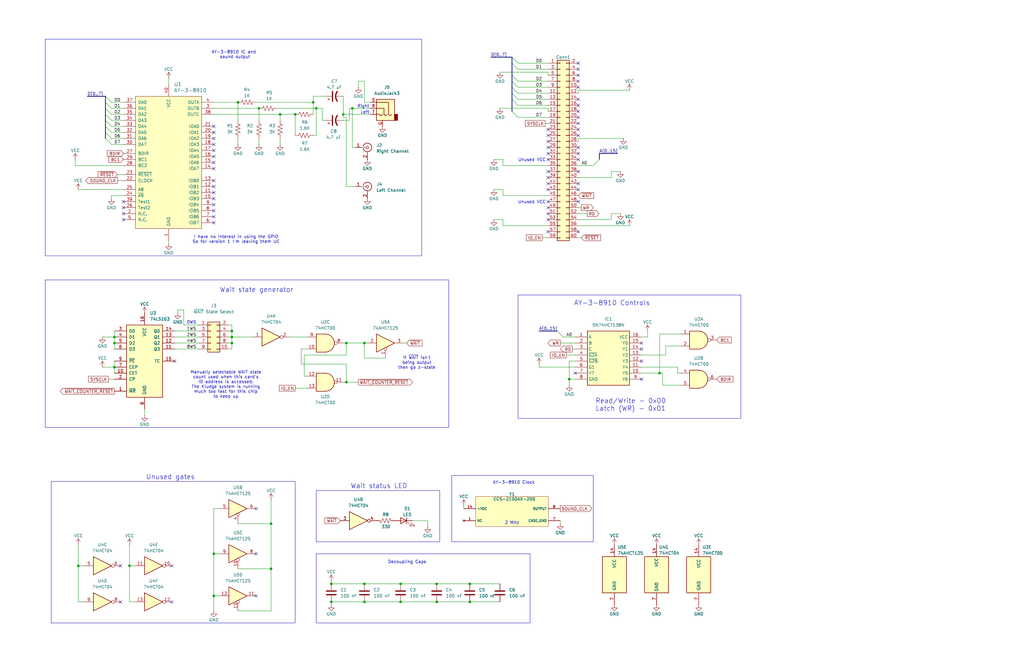
<source format=kicad_sch>
(kicad_sch (version 20231120) (generator "eeschema") (generator_version "8.0")
  (paper "B")
  (title_block (title "Kludge CPU Card") (rev "1.0"))
  (junction (at 153.67 144.78))
  (junction (at 146.05 161.29))
  (junction (at 240.03 160.02))
  (junction (at 109.22 45.72))
  (junction (at 124.46 48.26))
  (junction (at 90.17 251.46))
  (junction (at 153.67 254))
  (junction (at 33.02 238.76))
  (junction (at 133.35 45.72))
  (junction (at 48.26 154.94))
  (junction (at 144.78 48.26))
  (junction (at 100.33 43.18))
  (junction (at 118.11 48.26))
  (junction (at 198.12 254))
  (junction (at 184.15 254))
  (junction (at 48.26 142.24))
  (junction (at 153.67 246.38))
  (junction (at 148.59 45.72))
  (junction (at 184.15 246.38))
  (junction (at 278.13 157.48))
  (junction (at 114.3 240.03))
  (junction (at 114.3 220.98))
  (junction (at 54.61 238.76))
  (junction (at 97.79 139.7))
  (junction (at 48.26 144.78))
  (junction (at 97.79 144.78))
  (junction (at 139.7 246.38))
  (junction (at 146.05 144.78))
  (junction (at 139.7 254))
  (junction (at 168.91 254))
  (junction (at 198.12 246.38))
  (junction (at 90.17 233.68))
  (junction (at 97.79 142.24))
  (junction (at 132.08 43.18))
  (junction (at 168.91 246.38))
  (no_connect (at 52.07 90.17))
  (no_connect (at 231.14 59.69))
  (no_connect (at 231.14 92.71))
  (no_connect (at 72.39 254))
  (no_connect (at 270.51 160.02))
  (no_connect (at 243.84 57.15))
  (no_connect (at 243.84 97.79))
  (no_connect (at 90.17 53.34))
  (no_connect (at 90.17 76.2))
  (no_connect (at 231.14 67.31))
  (no_connect (at 270.51 144.78))
  (no_connect (at 243.84 31.75))
  (no_connect (at 52.07 92.71))
  (no_connect (at 243.84 29.21))
  (no_connect (at 270.51 152.4))
  (no_connect (at 107.95 251.46))
  (no_connect (at 243.84 80.01))
  (no_connect (at 243.84 85.09))
  (no_connect (at 243.84 54.61))
  (no_connect (at 270.51 147.32))
  (no_connect (at 231.14 90.17))
  (no_connect (at 242.57 157.48))
  (no_connect (at 90.17 88.9))
  (no_connect (at 243.84 46.99))
  (no_connect (at 243.84 62.23))
  (no_connect (at 231.14 85.09))
  (no_connect (at 90.17 60.96))
  (no_connect (at 231.14 77.47))
  (no_connect (at 52.07 87.63))
  (no_connect (at 107.95 233.68))
  (no_connect (at 50.8 254))
  (no_connect (at 90.17 86.36))
  (no_connect (at 90.17 81.28))
  (no_connect (at 243.84 77.47))
  (no_connect (at 243.84 34.29))
  (no_connect (at 243.84 26.67))
  (no_connect (at 90.17 63.5))
  (no_connect (at 90.17 91.44))
  (no_connect (at 90.17 83.82))
  (no_connect (at 90.17 58.42))
  (no_connect (at 243.84 64.77))
  (no_connect (at 231.14 80.01))
  (no_connect (at 231.14 64.77))
  (no_connect (at 231.14 57.15))
  (no_connect (at 90.17 68.58))
  (no_connect (at 243.84 49.53))
  (no_connect (at 90.17 55.88))
  (no_connect (at 52.07 85.09))
  (no_connect (at 50.8 238.76))
  (no_connect (at 107.95 214.63))
  (no_connect (at 231.14 72.39))
  (no_connect (at 231.14 62.23))
  (no_connect (at 231.14 87.63))
  (no_connect (at 243.84 52.07))
  (no_connect (at 231.14 74.93))
  (no_connect (at 243.84 67.31))
  (no_connect (at 243.84 72.39))
  (no_connect (at 90.17 66.04))
  (no_connect (at 90.17 78.74))
  (no_connect (at 231.14 54.61))
  (no_connect (at 90.17 71.12))
  (no_connect (at 243.84 36.83))
  (no_connect (at 73.66 152.4))
  (no_connect (at 72.39 238.76))
  (no_connect (at 243.84 41.91))
  (no_connect (at 90.17 93.98))
  (no_connect (at 243.84 44.45))
  (no_connect (at 231.14 97.79))
  (bus_entry (at 46.99 55.88) (size -2.54 -2.54))
  (bus_entry (at 46.99 43.18) (size -2.54 -2.54))
  (bus_entry (at 215.9 31.75) (size 2.54 2.54))
  (bus_entry (at 46.99 53.34) (size -2.54 -2.54))
  (bus_entry (at 46.99 58.42) (size -2.54 -2.54))
  (bus_entry (at 215.9 39.37) (size 2.54 2.54))
  (bus_entry (at 46.99 45.72) (size -2.54 -2.54))
  (bus_entry (at 215.9 36.83) (size 2.54 2.54))
  (bus_entry (at 215.9 24.13) (size 2.54 2.54))
  (bus_entry (at 46.99 48.26) (size -2.54 -2.54))
  (bus_entry (at 215.9 46.99) (size 2.54 2.54))
  (bus_entry (at 46.99 60.96) (size -2.54 -2.54))
  (bus_entry (at 46.99 50.8) (size -2.54 -2.54))
  (bus_entry (at 215.9 41.91) (size 2.54 2.54))
  (bus_entry (at 252.73 67.31) (size -2.54 2.54))
  (bus_entry (at 215.9 26.67) (size 2.54 2.54))
  (bus_entry (at 234.95 139.7) (size 2.54 2.54))
  (bus_entry (at 215.9 34.29) (size 2.54 2.54))
  (wire (pts (xy 114.3 240.03) (xy 114.3 257.81)))
  (wire (pts (xy 171.45 144.78) (xy 170.18 144.78)))
  (wire (pts (xy 278.13 140.97) (xy 278.13 157.48)))
  (wire (pts (xy 238.76 149.86) (xy 242.57 149.86)))
  (wire (pts (xy 124.46 48.26) (xy 118.11 48.26)))
  (wire (pts (xy 147.32 45.72) (xy 148.59 45.72)))
  (wire (pts (xy 218.44 49.53) (xy 231.14 49.53)))
  (wire (pts (xy 90.17 43.18) (xy 100.33 43.18)))
  (wire (pts (xy 236.22 220.98) (xy 236.22 219.71)))
  (wire (pts (xy 250.19 69.85) (xy 243.84 69.85)))
  (wire (pts (xy 52.07 45.72) (xy 46.99 45.72)))
  (wire (pts (xy 144.78 40.64) (xy 144.78 48.26)))
  (wire (pts (xy 46.99 83.82) (xy 46.99 82.55)))
  (bus (pts (xy 207.01 24.13) (xy 215.9 24.13)))
  (bus (pts (xy 44.45 53.34) (xy 44.45 50.8)))
  (wire (pts (xy 116.84 45.72) (xy 133.35 45.72)))
  (wire (pts (xy 279.4 162.56) (xy 287.02 162.56)))
  (wire (pts (xy 97.79 142.24) (xy 97.79 144.78)))
  (wire (pts (xy 48.26 152.4) (xy 48.26 154.94)))
  (wire (pts (xy 279.4 157.48) (xy 279.4 162.56)))
  (wire (pts (xy 228.6 100.33) (xy 231.14 100.33)))
  (wire (pts (xy 90.17 251.46) (xy 90.17 233.68)))
  (wire (pts (xy 127 153.67) (xy 146.05 153.67)))
  (wire (pts (xy 168.91 246.38) (xy 184.15 246.38)))
  (wire (pts (xy 146.05 149.86) (xy 146.05 144.78)))
  (wire (pts (xy 146.05 161.29) (xy 151.13 161.29)))
  (wire (pts (xy 227.33 154.94) (xy 242.57 154.94)))
  (wire (pts (xy 146.05 78.74) (xy 149.86 78.74)))
  (wire (pts (xy 153.67 34.29) (xy 151.13 34.29)))
  (wire (pts (xy 73.66 144.78) (xy 83.82 144.78)))
  (wire (pts (xy 133.35 45.72) (xy 135.89 45.72)))
  (wire (pts (xy 90.17 45.72) (xy 109.22 45.72)))
  (wire (pts (xy 243.84 92.71) (xy 257.81 92.71)))
  (wire (pts (xy 48.26 139.7) (xy 48.26 142.24)))
  (wire (pts (xy 33.02 229.87) (xy 33.02 238.76)))
  (wire (pts (xy 33.02 238.76) (xy 35.56 238.76)))
  (wire (pts (xy 257.81 72.39) (xy 261.62 72.39)))
  (wire (pts (xy 144.78 48.26) (xy 156.21 48.26)))
  (wire (pts (xy 52.07 48.26) (xy 46.99 48.26)))
  (wire (pts (xy 212.09 92.71) (xy 208.28 92.71)))
  (wire (pts (xy 212.09 69.85) (xy 231.14 69.85)))
  (wire (pts (xy 33.02 80.01) (xy 52.07 80.01)))
  (wire (pts (xy 180.34 219.71) (xy 180.34 222.25)))
  (wire (pts (xy 227.33 153.67) (xy 227.33 154.94)))
  (wire (pts (xy 243.84 100.33) (xy 245.11 100.33)))
  (wire (pts (xy 184.15 254) (xy 198.12 254)))
  (wire (pts (xy 139.7 255.27) (xy 139.7 254)))
  (wire (pts (xy 90.17 48.26) (xy 118.11 48.26)))
  (wire (pts (xy 153.67 246.38) (xy 168.91 246.38)))
  (bus (pts (xy 215.9 34.29) (xy 215.9 36.83)))
  (wire (pts (xy 231.14 31.75) (xy 231.14 30.48)))
  (wire (pts (xy 243.84 58.42) (xy 262.89 58.42)))
  (wire (pts (xy 52.07 43.18) (xy 46.99 43.18)))
  (wire (pts (xy 90.17 214.63) (xy 92.71 214.63)))
  (wire (pts (xy 54.61 229.87) (xy 54.61 238.76)))
  (wire (pts (xy 270.51 149.86) (xy 280.67 149.86)))
  (wire (pts (xy 54.61 238.76) (xy 54.61 254)))
  (bus (pts (xy 215.9 24.13) (xy 215.9 26.67)))
  (wire (pts (xy 153.67 151.13) (xy 162.56 151.13)))
  (wire (pts (xy 96.52 137.16) (xy 97.79 137.16)))
  (wire (pts (xy 52.07 50.8) (xy 46.99 50.8)))
  (wire (pts (xy 212.09 69.85) (xy 212.09 67.31)))
  (wire (pts (xy 48.26 142.24) (xy 48.26 144.78)))
  (wire (pts (xy 124.46 48.26) (xy 124.46 57.15)))
  (wire (pts (xy 71.12 33.02) (xy 71.12 35.56)))
  (wire (pts (xy 49.53 73.66) (xy 52.07 73.66)))
  (wire (pts (xy 285.75 154.94) (xy 285.75 157.48)))
  (wire (pts (xy 243.84 59.69) (xy 243.84 58.42)))
  (wire (pts (xy 114.3 210.82) (xy 114.3 220.98)))
  (wire (pts (xy 257.81 90.17) (xy 261.62 90.17)))
  (wire (pts (xy 132.08 43.18) (xy 132.08 48.26)))
  (wire (pts (xy 257.81 74.93) (xy 257.81 72.39)))
  (bus (pts (xy 44.45 45.72) (xy 44.45 43.18)))
  (wire (pts (xy 139.7 245.11) (xy 139.7 246.38)))
  (wire (pts (xy 184.15 246.38) (xy 198.12 246.38)))
  (wire (pts (xy 156.21 43.18) (xy 153.67 43.18)))
  (wire (pts (xy 133.35 45.72) (xy 133.35 57.15)))
  (wire (pts (xy 280.67 149.86) (xy 280.67 146.05)))
  (wire (pts (xy 97.79 142.24) (xy 106.68 142.24)))
  (wire (pts (xy 144.78 48.26) (xy 144.78 49.53)))
  (wire (pts (xy 153.67 254) (xy 168.91 254)))
  (wire (pts (xy 240.03 160.02) (xy 240.03 162.56)))
  (bus (pts (xy 36.83 40.64) (xy 44.45 40.64)))
  (wire (pts (xy 151.13 34.29) (xy 151.13 36.83)))
  (wire (pts (xy 139.7 246.38) (xy 153.67 246.38)))
  (wire (pts (xy 146.05 144.78) (xy 153.67 144.78)))
  (bus (pts (xy 215.9 39.37) (xy 215.9 41.91)))
  (bus (pts (xy 44.45 43.18) (xy 44.45 40.64)))
  (wire (pts (xy 31.75 69.85) (xy 52.07 69.85)))
  (wire (pts (xy 128.27 149.86) (xy 146.05 149.86)))
  (wire (pts (xy 148.59 45.72) (xy 148.59 62.23)))
  (wire (pts (xy 144.78 144.78) (xy 146.05 144.78)))
  (wire (pts (xy 139.7 254) (xy 153.67 254)))
  (wire (pts (xy 114.3 220.98) (xy 100.33 220.98)))
  (wire (pts (xy 52.07 55.88) (xy 46.99 55.88)))
  (wire (pts (xy 285.75 157.48) (xy 287.02 157.48)))
  (wire (pts (xy 124.46 163.83) (xy 129.54 163.83)))
  (wire (pts (xy 218.44 26.67) (xy 231.14 26.67)))
  (bus (pts (xy 44.45 48.26) (xy 44.45 45.72)))
  (wire (pts (xy 278.13 157.48) (xy 279.4 157.48)))
  (wire (pts (xy 114.3 257.81) (xy 100.33 257.81)))
  (wire (pts (xy 229.87 52.07) (xy 231.14 52.07)))
  (wire (pts (xy 242.57 152.4) (xy 240.03 152.4)))
  (wire (pts (xy 48.26 144.78) (xy 48.26 147.32)))
  (wire (pts (xy 128.27 158.75) (xy 128.27 149.86)))
  (wire (pts (xy 231.14 45.72) (xy 210.82 45.72)))
  (wire (pts (xy 74.93 132.08) (xy 74.93 130.81)))
  (wire (pts (xy 127 147.32) (xy 127 153.67)))
  (wire (pts (xy 218.44 39.37) (xy 231.14 39.37)))
  (wire (pts (xy 118.11 48.26) (xy 118.11 50.8)))
  (wire (pts (xy 257.81 92.71) (xy 257.81 90.17)))
  (wire (pts (xy 231.14 46.99) (xy 231.14 45.72)))
  (wire (pts (xy 132.08 57.15) (xy 133.35 57.15)))
  (wire (pts (xy 46.99 82.55) (xy 52.07 82.55)))
  (wire (pts (xy 96.52 139.7) (xy 97.79 139.7)))
  (wire (pts (xy 231.14 30.48) (xy 210.82 30.48)))
  (wire (pts (xy 148.59 62.23) (xy 149.86 62.23)))
  (wire (pts (xy 270.51 157.48) (xy 278.13 157.48)))
  (wire (pts (xy 121.92 142.24) (xy 129.54 142.24)))
  (wire (pts (xy 243.84 74.93) (xy 257.81 74.93)))
  (wire (pts (xy 198.12 254) (xy 210.82 254)))
  (wire (pts (xy 195.58 213.36) (xy 195.58 214.63)))
  (wire (pts (xy 52.07 60.96) (xy 46.99 60.96)))
  (wire (pts (xy 153.67 43.18) (xy 153.67 34.29)))
  (bus (pts (xy 215.9 36.83) (xy 215.9 39.37)))
  (wire (pts (xy 146.05 153.67) (xy 146.05 161.29)))
  (wire (pts (xy 218.44 41.91) (xy 231.14 41.91)))
  (wire (pts (xy 96.52 142.24) (xy 97.79 142.24)))
  (bus (pts (xy 215.9 31.75) (xy 215.9 34.29)))
  (wire (pts (xy 237.49 142.24) (xy 242.57 142.24)))
  (wire (pts (xy 265.43 38.1) (xy 243.84 38.1)))
  (wire (pts (xy 90.17 257.81) (xy 90.17 251.46)))
  (wire (pts (xy 97.79 144.78) (xy 96.52 144.78)))
  (wire (pts (xy 240.03 152.4) (xy 240.03 160.02)))
  (wire (pts (xy 270.51 142.24) (xy 273.05 142.24)))
  (wire (pts (xy 52.07 53.34) (xy 46.99 53.34)))
  (wire (pts (xy 168.91 254) (xy 184.15 254)))
  (wire (pts (xy 245.11 87.63) (xy 243.84 87.63)))
  (wire (pts (xy 270.51 154.94) (xy 285.75 154.94)))
  (wire (pts (xy 231.14 29.21) (xy 218.44 29.21)))
  (wire (pts (xy 77.47 130.81) (xy 77.47 137.16)))
  (wire (pts (xy 54.61 254) (xy 57.15 254)))
  (wire (pts (xy 90.17 251.46) (xy 92.71 251.46)))
  (wire (pts (xy 74.93 130.81) (xy 77.47 130.81)))
  (wire (pts (xy 148.59 45.72) (xy 156.21 45.72)))
  (wire (pts (xy 60.96 172.72) (xy 60.96 175.26)))
  (bus (pts (xy 44.45 50.8) (xy 44.45 48.26)))
  (wire (pts (xy 280.67 146.05) (xy 287.02 146.05)))
  (wire (pts (xy 144.78 49.53) (xy 146.05 49.53)))
  (wire (pts (xy 242.57 160.02) (xy 240.03 160.02)))
  (wire (pts (xy 144.78 50.8) (xy 147.32 50.8)))
  (bus (pts (xy 252.73 64.77) (xy 252.73 67.31)))
  (wire (pts (xy 109.22 45.72) (xy 109.22 50.8)))
  (wire (pts (xy 135.89 50.8) (xy 137.16 50.8)))
  (wire (pts (xy 212.09 95.25) (xy 231.14 95.25)))
  (wire (pts (xy 241.3 147.32) (xy 242.57 147.32)))
  (bus (pts (xy 227.33 139.7) (xy 234.95 139.7)))
  (wire (pts (xy 43.18 154.94) (xy 48.26 154.94)))
  (wire (pts (xy 118.11 58.42) (xy 118.11 60.96)))
  (wire (pts (xy 243.84 38.1) (xy 243.84 39.37)))
  (wire (pts (xy 218.44 36.83) (xy 231.14 36.83)))
  (wire (pts (xy 100.33 43.18) (xy 100.33 50.8)))
  (wire (pts (xy 243.84 95.25) (xy 265.43 95.25)))
  (wire (pts (xy 73.66 147.32) (xy 83.82 147.32)))
  (wire (pts (xy 97.79 144.78) (xy 97.79 147.32)))
  (bus (pts (xy 252.73 64.77) (xy 260.35 64.77)))
  (wire (pts (xy 73.66 139.7) (xy 83.82 139.7)))
  (wire (pts (xy 31.75 67.31) (xy 31.75 69.85)))
  (wire (pts (xy 71.12 102.87) (xy 71.12 101.6)))
  (wire (pts (xy 43.18 142.24) (xy 48.26 142.24)))
  (bus (pts (xy 215.9 26.67) (xy 215.9 31.75)))
  (wire (pts (xy 147.32 50.8) (xy 147.32 45.72)))
  (wire (pts (xy 114.3 220.98) (xy 114.3 240.03)))
  (wire (pts (xy 144.78 161.29) (xy 146.05 161.29)))
  (wire (pts (xy 218.44 44.45) (xy 231.14 44.45)))
  (wire (pts (xy 247.65 90.17) (xy 243.84 90.17)))
  (wire (pts (xy 114.3 240.03) (xy 100.33 240.03)))
  (wire (pts (xy 107.95 43.18) (xy 132.08 43.18)))
  (bus (pts (xy 215.9 41.91) (xy 215.9 46.99)))
  (bus (pts (xy 44.45 58.42) (xy 44.45 55.88)))
  (wire (pts (xy 73.66 142.24) (xy 83.82 142.24)))
  (wire (pts (xy 287.02 140.97) (xy 278.13 140.97)))
  (wire (pts (xy 128.27 158.75) (xy 129.54 158.75)))
  (wire (pts (xy 198.12 246.38) (xy 210.82 246.38)))
  (bus (pts (xy 44.45 55.88) (xy 44.45 53.34)))
  (wire (pts (xy 132.08 40.64) (xy 137.16 40.64)))
  (wire (pts (xy 212.09 80.01) (xy 208.28 80.01)))
  (wire (pts (xy 90.17 233.68) (xy 90.17 214.63)))
  (wire (pts (xy 52.07 58.42) (xy 46.99 58.42)))
  (wire (pts (xy 97.79 137.16) (xy 97.79 139.7)))
  (wire (pts (xy 33.02 254) (xy 35.56 254)))
  (wire (pts (xy 77.47 137.16) (xy 83.82 137.16)))
  (wire (pts (xy 153.67 144.78) (xy 153.67 151.13)))
  (wire (pts (xy 218.44 34.29) (xy 231.14 34.29)))
  (wire (pts (xy 135.89 45.72) (xy 135.89 50.8)))
  (wire (pts (xy 54.61 238.76) (xy 57.15 238.76)))
  (wire (pts (xy 146.05 49.53) (xy 146.05 78.74)))
  (wire (pts (xy 180.34 219.71) (xy 173.99 219.71)))
  (wire (pts (xy 90.17 233.68) (xy 92.71 233.68)))
  (wire (pts (xy 33.02 238.76) (xy 33.02 254)))
  (wire (pts (xy 45.72 160.02) (xy 48.26 160.02)))
  (wire (pts (xy 153.67 144.78) (xy 154.94 144.78)))
  (wire (pts (xy 212.09 67.31) (xy 208.28 67.31)))
  (wire (pts (xy 48.26 154.94) (xy 48.26 157.48)))
  (wire (pts (xy 212.09 82.55) (xy 231.14 82.55)))
  (wire (pts (xy 132.08 43.18) (xy 132.08 40.64)))
  (wire (pts (xy 212.09 82.55) (xy 212.09 80.01)))
  (wire (pts (xy 97.79 147.32) (xy 96.52 147.32)))
  (wire (pts (xy 273.05 142.24) (xy 273.05 139.7)))
  (wire (pts (xy 97.79 139.7) (xy 97.79 142.24)))
  (wire (pts (xy 109.22 58.42) (xy 109.22 60.96)))
  (wire (pts (xy 236.22 144.78) (xy 242.57 144.78)))
  (wire (pts (xy 49.53 76.2) (xy 52.07 76.2)))
  (wire (pts (xy 212.09 95.25) (xy 212.09 92.71)))
  (wire (pts (xy 129.54 147.32) (xy 127 147.32)))
  (wire (pts (xy 100.33 58.42) (xy 100.33 60.96)))
  (rectangle (start 21.59 203.2) (end 124.46 262.89))
  (rectangle (start 19.05 118.11) (end 189.23 180.34))
  (rectangle (start 133.35 207.01) (end 185.42 228.6))
  (rectangle (start 218.44 124.46) (end 312.42 176.53))
  (rectangle (start 133.35 233.68) (end 223.52 262.89))
  (rectangle (start 190.5 200.66) (end 250.19 228.6))
  (rectangle (start 19.05 16.51) (end 177.8 107.95))
  (text "Left" (at 153.924 47.498 0) (effects (font (size 1.27 1.27))))
  (text "0WS" (at 80.772 136.144 0) (effects (font (size 1.27 1.27))))
  (text "AY-3-8910 Controls" (at 258.064 128.016 0) (effects (font (size 2 2))))
  (text "Wait state generator" (at 108.204 122.428 0) (effects (font (size 2 2))))
  (text "I have no interest in using the GPIO\nSo for version 1 I'm leaving them UC" (at 99.568 101.092 0) (effects (font (size 1.27 1.27))))
  (text "AY-3-8910 IC and \nsound output" (at 99.06 23.114 0) (effects (font (size 1.27 1.27))))
  (text "Unused VCC" (at 224.282 67.564 0) (effects (font (size 1.27 1.27))))
  (text "Unused gates" (at 71.882 201.422 0) (effects (font (size 2 2))))
  (text "Right" (at 153.162 44.958 0) (effects (font (size 1.27 1.27))))
  (text "Read/Write - 0x00\nLatch (WR) - 0x01" (at 265.938 170.942 0) (effects (font (size 2 2))))
  (text "AY-3-8910 Clock" (at 216.662 203.708 0) (effects (font (size 1.27 1.27))))
  (text "If ~{WAIT} isn't\nbeing output\nthen go z-state" (at 175.768 153.162 0) (effects (font (size 1.27 1.27))))
  (text "Unused VCC" (at 224.282 85.344 0) (effects (font (size 1.27 1.27))))
  (text "Manually selectable WAIT state\ncount used when this card's\nIO address is accessed.\nThe Kludge system is running\nmuch too fast for this chip\nto keep up" (at 95.25 162.306 0) (effects (font (size 1.27 1.27))))
  (text "2 MHz" (at 215.9 220.726 0) (effects (font (size 1.27 1.27))))
  (text "Decoupling Caps" (at 163.576 237.998 0) (effects (font (size 1.27 1.27)) (justify left bottom)))
  (text "Wait status LED" (at 159.766 205.232 0) (effects (font (size 2 2))))
  (label "D5" (at 228.6 41.91 180))
  (label "D6" (at 228.6 44.45 180))
  (label "D[0..7]" (at 207.01 24.13 0))
  (label "D1" (at 228.6 29.21 180))
  (label "D3" (at 228.6 36.83 180))
  (label "D2" (at 228.6 34.29 180))
  (label "A0" (at 247.65 69.85 180))
  (label "1WS" (at 78.74 139.7 0))
  (label "A[0..15]" (at 227.33 139.7 0))
  (label "D1" (at 50.8 45.72 180))
  (label "D4" (at 228.6 39.37 180))
  (label "8WS" (at 78.74 147.32 0))
  (label "D7" (at 228.6 49.53 180))
  (label "2WS" (at 78.74 142.24 0))
  (label "D0" (at 50.8 43.18 180))
  (label "D5" (at 50.8 55.88 180))
  (label "D4" (at 50.8 53.34 180))
  (label "D[0..7]" (at 36.83 40.64 0))
  (label "D7" (at 50.8 60.96 180))
  (label "D3" (at 50.8 50.8 180))
  (label "D6" (at 50.8 58.42 180))
  (label "4WS" (at 78.74 144.78 0))
  (label "A[0..15]" (at 252.73 64.77 0))
  (label "A0" (at 238.76 142.24 0))
  (label "D0" (at 228.6 26.67 180))
  (label "D2" (at 50.8 48.26 180))
  (global_label "WR" (shape output) (at 245.11 87.63 0) (property "Intersheetrefs" "${INTERSHEET_REFS}" (effects (hide yes))))
  (global_label "WR" (shape output) (at 236.22 144.78 180) (property "Intersheetrefs" "${INTERSHEET_REFS}" (effects (hide yes))))
  (global_label "RD" (shape output) (at 247.65 90.17 0) (property "Intersheetrefs" "${INTERSHEET_REFS}" (effects (hide yes))))
  (global_label "SYSCLK" (shape passive) (at 229.87 52.07 180) (property "Intersheetrefs" "${INTERSHEET_REFS}" (effects (hide yes))))
  (global_label "~{WAIT_COUNTER_RESET}" (shape output) (at 151.13 161.29 0) (property "Intersheetrefs" "${INTERSHEET_REFS}" (effects (hide yes))))
  (global_label "~{WAIT}" (shape input) (at 243.84 82.55 0) (property "Intersheetrefs" "${INTERSHEET_REFS}" (effects (hide yes))))
  (global_label "SOUND_CLK" (shape output) (at 236.22 214.63 0) (property "Intersheetrefs" "${INTERSHEET_REFS}" (effects (hide yes))))
  (global_label "BDIR" (shape input) (at 302.26 160.02 0) (property "Intersheetrefs" "${INTERSHEET_REFS}" (effects (hide yes))))
  (global_label "IO_EN" (shape passive) (at 124.46 163.83 180) (property "Intersheetrefs" "${INTERSHEET_REFS}" (effects (hide yes))))
  (global_label "~{RESET}" (shape input) (at 245.11 100.33 0) (property "Intersheetrefs" "${INTERSHEET_REFS}" (effects (hide yes))))
  (global_label "BDIR" (shape input) (at 52.07 64.77 180) (property "Intersheetrefs" "${INTERSHEET_REFS}" (effects (hide yes))))
  (global_label "SYSCLK" (shape passive) (at 45.72 160.02 180) (property "Intersheetrefs" "${INTERSHEET_REFS}" (effects (hide yes))))
  (global_label "~{WAIT}" (shape input) (at 143.51 219.71 180) (property "Intersheetrefs" "${INTERSHEET_REFS}" (effects (hide yes))))
  (global_label "~{WAIT}" (shape input) (at 171.45 144.78 0) (property "Intersheetrefs" "${INTERSHEET_REFS}" (effects (hide yes))))
  (global_label "IO_EN" (shape passive) (at 238.76 149.86 180) (property "Intersheetrefs" "${INTERSHEET_REFS}" (effects (hide yes))))
  (global_label "RD" (shape output) (at 241.3 147.32 180) (property "Intersheetrefs" "${INTERSHEET_REFS}" (effects (hide yes))))
  (global_label "IO_EN" (shape passive) (at 228.6 100.33 180) (property "Intersheetrefs" "${INTERSHEET_REFS}" (effects (hide yes))))
  (global_label "~{RESET}" (shape input) (at 49.53 73.66 180) (property "Intersheetrefs" "${INTERSHEET_REFS}" (effects (hide yes))))
  (global_label "BC1" (shape input) (at 52.07 67.31 180) (property "Intersheetrefs" "${INTERSHEET_REFS}" (effects (hide yes))))
  (global_label "BC1" (shape input) (at 302.26 143.51 0) (property "Intersheetrefs" "${INTERSHEET_REFS}" (effects (hide yes))))
  (global_label "SOUND_CLK" (shape output) (at 49.53 76.2 180) (property "Intersheetrefs" "${INTERSHEET_REFS}" (effects (hide yes))))
  (global_label "~{WAIT_COUNTER_RESET}" (shape output) (at 48.26 165.1 180) (property "Intersheetrefs" "${INTERSHEET_REFS}" (effects (hide yes))))
  (symbol (lib_id "power:VCC") (at 276.86 229.87 0) (unit 1)
    (property "Reference" "#PWR035" (effects (hide yes)))
    (property "Value" "VCC" (at 276.86 226.06 0))
    (property "Description" "Power symbol creates a global label with name \"VCC\"" (effects (hide yes)))
  )
  (symbol (lib_id "power:GND") (at 236.22 220.98 0) (unit 1)
    (property "Reference" "#PWR04" (effects (hide yes)))
    (property "Value" "GND" (at 236.22 224.79 0))
    (property "Description" "Power symbol creates a global label with name \"GND\" , ground" (effects (hide yes)))
  )
  (symbol (lib_id "Device:R_US") (at 128.27 57.15 90) (unit 1)
    (property "Reference" "R7" (at 128.524 60.452 90))
    (property "Value" "1.6K" (at 128.524 62.992 90))
    (property "Footprint" "Resistor_THT:R_Axial_DIN0207_L6.3mm_D2.5mm_P10.16mm_Horizontal" (effects (hide yes)))
    (property "Description" "Resistor, US symbol" (effects (hide yes)))
  )
  (symbol (lib_id "power:VCC") (at 195.58 213.36 0) (unit 1)
    (property "Reference" "#PWR03" (effects (hide yes)))
    (property "Value" "VCC" (at 195.58 209.55 0))
    (property "Description" "Power symbol creates a global label with name \"VCC\"" (effects (hide yes)))
  )
  (symbol (lib_id "Device:R_US") (at 118.11 54.61 180) (unit 1)
    (property "Reference" "R3" (at 114.808 53.086 0))
    (property "Value" "3K" (at 114.808 55.626 0))
    (property "Footprint" "Resistor_THT:R_Axial_DIN0207_L6.3mm_D2.5mm_P10.16mm_Horizontal" (effects (hide yes)))
    (property "Description" "Resistor, US symbol" (effects (hide yes)))
  )
  (symbol (lib_name "GND_7") (lib_id "power:GND") (at 261.62 72.39 0) (mirror y) (unit 1)
    (property "Reference" "#PWR026" (effects (hide yes)))
    (property "Value" "GND" (at 261.62 76.2 0))
    (property "Description" "Power symbol creates a global label with name \"GND\" , ground" (effects (hide yes)))
  )
  (symbol (lib_id "Device:LED") (at 170.18 219.71 0) (mirror y) (unit 1)
    (property "Reference" "D1" (at 171.7675 214.63 0))
    (property "Value" "LED" (at 171.7675 217.17 0))
    (property "Footprint" "Z80 Parts:LED_D3.0mm" (effects (hide yes)))
  )
  (symbol (lib_id "power:GND") (at 43.18 142.24 0) (unit 1)
    (property "Reference" "#PWR029" (effects (hide yes)))
    (property "Value" "GND" (at 43.18 146.05 0))
    (property "Description" "Power symbol creates a global label with name \"GND\" , ground" (effects (hide yes)))
  )
  (symbol (lib_name "GND_7") (lib_id "power:GND") (at 261.62 90.17 0) (mirror y) (unit 1)
    (property "Reference" "#PWR027" (effects (hide yes)))
    (property "Value" "GND" (at 261.62 93.98 0))
    (property "Description" "Power symbol creates a global label with name \"GND\" , ground" (effects (hide yes)))
  )
  (symbol (lib_name "GND_7") (lib_id "power:GND") (at 118.11 60.96 0) (unit 1)
    (property "Reference" "#PWR015" (effects (hide yes)))
    (property "Value" "GND" (at 118.11 64.77 0))
    (property "Description" "Power symbol creates a global label with name \"GND\" , ground" (effects (hide yes)))
  )
  (symbol (lib_id "74xx:74HCT04") (at 64.77 254 0) (unit 6)
    (property "Reference" "U4" (at 64.77 245.11 0))
    (property "Value" "74HCT04" (at 64.77 247.65 0))
    (property "Footprint" "Package_DIP:DIP-14_W7.62mm_Socket" (effects (hide yes)))
    (property "Datasheet" "https://assets.nexperia.com/documents/data-sheet/74HC_HCT04.pdf" (effects (hide yes)))
    (property "Description" "Hex Inverter" (effects (hide yes)))
  )
  (symbol (lib_id "power:GND") (at 71.12 102.87 0) (unit 1)
    (property "Reference" "#PWR06" (effects (hide yes)))
    (property "Value" "GND" (at 71.12 106.68 0))
    (property "Description" "Power symbol creates a global label with name \"GND\" , ground" (effects (hide yes)))
  )
  (symbol (lib_id "74xx:74AHCT125") (at 100.33 214.63 0) (unit 2)
    (property "Reference" "U5" (at 100.33 205.74 0))
    (property "Value" "74AHCT125" (at 100.33 208.28 0))
    (property "Footprint" "Package_DIP:DIP-14_W7.62mm_Socket" (effects (hide yes)))
    (property "Datasheet" "https://www.ti.com/lit/ds/symlink/sn74ahct125.pdf" (effects (hide yes)))
    (property "Description" "Quadruple Bus Buffer Gates With 3-State Outputs" (effects (hide yes)))
  )
  (symbol (lib_id "74xx:74HCT04") (at 151.13 219.71 0) (unit 2)
    (property "Reference" "U4" (at 151.13 210.82 0))
    (property "Value" "74HCT04" (at 151.13 213.36 0))
    (property "Footprint" "Package_DIP:DIP-14_W7.62mm_Socket" (effects (hide yes)))
    (property "Datasheet" "https://assets.nexperia.com/documents/data-sheet/74HC_HCT04.pdf" (effects (hide yes)))
    (property "Description" "Hex Inverter" (effects (hide yes)))
  )
  (symbol (lib_id "power:GND") (at 154.94 67.31 0) (unit 1)
    (property "Reference" "#PWR09" (effects (hide yes)))
    (property "Value" "GND" (at 154.94 71.12 0))
    (property "Description" "Power symbol creates a global label with name \"GND\" , ground" (effects (hide yes)))
  )
  (symbol (lib_id "power:VCC") (at 60.96 132.08 0) (unit 1)
    (property "Reference" "#PWR025" (effects (hide yes)))
    (property "Value" "VCC" (at 60.96 128.27 0))
    (property "Description" "Power symbol creates a global label with name \"VCC\"" (effects (hide yes)))
  )
  (symbol (lib_id "Device:R_US") (at 113.03 45.72 90) (unit 1)
    (property "Reference" "R5" (at 113.538 39.116 90))
    (property "Value" "1K" (at 113.538 41.656 90))
    (property "Footprint" "Resistor_THT:R_Axial_DIN0207_L6.3mm_D2.5mm_P10.16mm_Horizontal" (effects (hide yes)))
    (property "Description" "Resistor, US symbol" (effects (hide yes)))
  )
  (symbol (lib_id "power:VCC") (at 33.02 229.87 0) (unit 1)
    (property "Reference" "#PWR032" (effects (hide yes)))
    (property "Value" "VCC" (at 33.02 226.06 0))
    (property "Description" "Power symbol creates a global label with name \"VCC\"" (effects (hide yes)))
  )
  (symbol (lib_id "power:GND") (at 60.96 175.26 0) (unit 1)
    (property "Reference" "#PWR023" (effects (hide yes)))
    (property "Value" "GND" (at 60.96 179.07 0))
    (property "Description" "Power symbol creates a global label with name \"GND\" , ground" (effects (hide yes)))
  )
  (symbol (lib_id "Connector:Conn_Coaxial") (at 154.94 62.23 0) (unit 1)
    (property "Reference" "J2" (at 158.75 61.2531 0) (effects (justify left)))
    (property "Value" "Right Channel" (at 158.75 63.7931 0) (effects (justify left)))
    (property "Footprint" "Z80 Parts:RCJ-04X_CUD" (effects (hide yes)))
    (property "Description" "coaxial connector (BNC, SMA, SMB, SMC, Cinch/RCA, LEMO, ...)" (effects (hide yes)))
  )
  (symbol (lib_id "74xx:74HCT00") (at 294.64 160.02 0) (unit 2)
    (property "Reference" "U2" (at 294.6317 151.13 0))
    (property "Value" "74HCT00" (at 294.6317 153.67 0))
    (property "Footprint" "Package_DIP:DIP-14_W7.62mm_Socket" (effects (hide yes)))
    (property "Datasheet" "http://www.ti.com/lit/gpn/sn74hct00" (effects (hide yes)))
    (property "Description" "quad 2-input NAND gate" (effects (hide yes)))
  )
  (symbol (lib_name "VCC_7") (lib_id "power:VCC") (at 265.43 95.25 0) (mirror y) (unit 1)
    (property "Reference" "#PWR064" (effects (hide yes)))
    (property "Value" "VCC" (at 265.43 91.44 0))
    (property "Description" "Power symbol creates a global label with name \"VCC\"" (effects (hide yes)))
  )
  (symbol (lib_id "Device:R_US") (at 109.22 54.61 180) (unit 1)
    (property "Reference" "R2" (at 105.41 53.086 0))
    (property "Value" "3K" (at 105.41 55.626 0))
    (property "Footprint" "Resistor_THT:R_Axial_DIN0207_L6.3mm_D2.5mm_P10.16mm_Horizontal" (effects (hide yes)))
    (property "Description" "Resistor, US symbol" (effects (hide yes)))
  )
  (symbol (lib_id "power:GND") (at 259.08 255.27 0) (unit 1)
    (property "Reference" "#PWR037" (effects (hide yes)))
    (property "Value" "GND" (at 259.08 259.08 0))
    (property "Description" "Power symbol creates a global label with name \"GND\" , ground" (effects (hide yes)))
  )
  (symbol (lib_id "74xx:74LS163") (at 60.96 152.4 0) (unit 1)
    (property "Reference" "U3" (at 63.1541 132.08 0) (effects (justify left)))
    (property "Value" "74LS163" (at 63.1541 134.62 0) (effects (justify left)))
    (property "Footprint" "Package_DIP:DIP-16_W7.62mm_Socket" (effects (hide yes)))
    (property "Datasheet" "http://www.ti.com/lit/gpn/sn74LS163" (effects (hide yes)))
    (property "Description" "Synchronous 4-bit programmable binary Counter" (effects (hide yes)))
  )
  (symbol (lib_id "power:VCC") (at 227.33 153.67 0) (unit 1)
    (property "Reference" "#PWR022" (effects (hide yes)))
    (property "Value" "VCC" (at 227.33 149.86 0))
    (property "Description" "Power symbol creates a global label with name \"VCC\"" (effects (hide yes)))
  )
  (symbol (lib_id "74xx:74AHCT125") (at 162.56 144.78 0) (unit 1)
    (property "Reference" "U5" (at 162.56 135.89 0))
    (property "Value" "74AHCT125" (at 162.56 138.43 0))
    (property "Footprint" "Package_DIP:DIP-14_W7.62mm_Socket" (effects (hide yes)))
    (property "Datasheet" "https://www.ti.com/lit/ds/symlink/sn74ahct125.pdf" (effects (hide yes)))
    (property "Description" "Quadruple Bus Buffer Gates With 3-State Outputs" (effects (hide yes)))
  )
  (symbol (lib_id "Connector_Generic:Conn_02x30_Odd_Even") (at 236.22 62.23 0) (unit 1)
    (property "Reference" "J1" (effects (hide yes)))
    (property "Value" "Conn1" (at 237.49 24.13 0))
    (property "Footprint" "Connector_PinHeader_2.54mm:PinHeader_2x30_P2.54mm_Vertical" (effects (hide yes)))
    (property "Description" "Generic connector, double row, 02x30, odd/even pin numbering scheme (row 1 odd numbers, row 2 even numbers), script generated (kicad-library-utils/schlib/autogen/connector/)" (effects (hide yes)))
  )
  (symbol (lib_id "power:VCC") (at 139.7 245.11 0) (unit 1)
    (property "Reference" "#PWR01" (effects (hide yes)))
    (property "Value" "VCC" (at 139.7 241.3 0))
  )
  (symbol (lib_id "Device:C") (at 153.67 250.19 0) (unit 1)
    (property "Reference" "C2" (at 157.48 248.9199 0) (effects (justify left)))
    (property "Value" "100 nF" (at 157.48 251.4599 0) (effects (justify left)))
    (property "Footprint" "Capacitor_THT:C_Disc_D3.0mm_W1.6mm_P2.50mm" (effects (hide yes)))
  )
  (symbol (lib_id "74xx:74HCT00") (at 294.64 242.57 0) (unit 5)
    (property "Reference" "U2" (at 296.164 230.886 0) (effects (justify left)))
    (property "Value" "74HCT00" (at 296.164 233.426 0) (effects (justify left)))
    (property "Footprint" "Package_DIP:DIP-14_W7.62mm_Socket" (effects (hide yes)))
    (property "Datasheet" "http://www.ti.com/lit/gpn/sn74hct00" (effects (hide yes)))
    (property "Description" "quad 2-input NAND gate" (effects (hide yes)))
  )
  (symbol (lib_id "power:GND") (at 139.7 255.27 0) (unit 1)
    (property "Reference" "#PWR02" (effects (hide yes)))
    (property "Value" "GND" (at 139.7 259.08 0))
  )
  (symbol (lib_id "power:GND") (at 46.99 83.82 0) (unit 1)
    (property "Reference" "#PWR08" (effects (hide yes)))
    (property "Value" "GND" (at 46.99 87.63 0))
    (property "Description" "Power symbol creates a global label with name \"GND\" , ground" (effects (hide yes)))
  )
  (symbol (lib_id "74xx:74AHCT125") (at 259.08 242.57 0) (unit 5)
    (property "Reference" "U5" (at 260.35 230.886 0) (effects (justify left)))
    (property "Value" "74AHCT125" (at 260.35 233.426 0) (effects (justify left)))
    (property "Footprint" "Package_DIP:DIP-14_W7.62mm_Socket" (effects (hide yes)))
    (property "Datasheet" "https://www.ti.com/lit/ds/symlink/sn74ahct125.pdf" (effects (hide yes)))
    (property "Description" "Quadruple Bus Buffer Gates With 3-State Outputs" (effects (hide yes)))
  )
  (symbol (lib_name "GND_7") (lib_id "power:GND") (at 100.33 60.96 0) (unit 1)
    (property "Reference" "#PWR012" (effects (hide yes)))
    (property "Value" "GND" (at 100.33 64.77 0))
    (property "Description" "Power symbol creates a global label with name \"GND\" , ground" (effects (hide yes)))
  )
  (symbol (lib_id "74xx:74HCT04") (at 43.18 238.76 0) (unit 3)
    (property "Reference" "U4" (at 43.18 229.87 0))
    (property "Value" "74HCT04" (at 43.18 232.41 0))
    (property "Footprint" "Package_DIP:DIP-14_W7.62mm_Socket" (effects (hide yes)))
    (property "Datasheet" "https://assets.nexperia.com/documents/data-sheet/74HC_HCT04.pdf" (effects (hide yes)))
    (property "Description" "Hex Inverter" (effects (hide yes)))
  )
  (symbol (lib_id "Z80-Parts:SN74HCT138N") (at 242.57 142.24 0) (unit 1)
    (property "Reference" "IC1" (at 256.54 134.62 0))
    (property "Value" "SN74HCT138N" (at 256.54 137.16 0))
    (property "Footprint" "Package_DIP:DIP-16_W7.62mm_Socket" (effects (hide yes)))
    (property "Datasheet" "http://www.ti.com/lit/gpn/sn74hct138" (effects (hide yes)))
    (property "Description" "3 line to 8-line decoders demultiplexers" (effects (hide yes)))
    (property "Height" "5.08" (effects (hide yes)))
    (property "Mouser Part Number" "595-SN74HCT138N" (effects (hide yes)))
    (property "Mouser Price/Stock" "https://www.mouser.co.uk/ProductDetail/Texas-Instruments/SN74HCT138N?qs=b0gIXGU74fOWCpxa9xVsaw%3D%3D" (effects (hide yes)))
    (property "Manufacturer_Name" "Texas Instruments" (effects (hide yes)))
    (property "Manufacturer_Part_Number" "SN74HCT138N" (effects (hide yes)))
  )
  (symbol (lib_name "GND_7") (lib_id "power:GND") (at 161.29 53.34 0) (unit 1)
    (property "Reference" "#PWR042" (effects (hide yes)))
    (property "Value" "GND" (at 161.29 57.15 0))
    (property "Description" "Power symbol creates a global label with name \"GND\" , ground" (effects (hide yes)))
  )
  (symbol (lib_id "power:VCC") (at 54.61 229.87 0) (unit 1)
    (property "Reference" "#PWR033" (effects (hide yes)))
    (property "Value" "VCC" (at 54.61 226.06 0))
    (property "Description" "Power symbol creates a global label with name \"VCC\"" (effects (hide yes)))
  )
  (symbol (lib_id "74xx:74AHCT125") (at 100.33 233.68 0) (unit 3)
    (property "Reference" "U5" (at 100.33 224.79 0))
    (property "Value" "74AHCT125" (at 100.33 227.33 0))
    (property "Footprint" "Package_DIP:DIP-14_W7.62mm_Socket" (effects (hide yes)))
    (property "Datasheet" "https://www.ti.com/lit/ds/symlink/sn74ahct125.pdf" (effects (hide yes)))
    (property "Description" "Quadruple Bus Buffer Gates With 3-State Outputs" (effects (hide yes)))
  )
  (symbol (lib_id "Connector_Generic:Conn_02x05_Odd_Even") (at 88.9 142.24 0) (unit 1)
    (property "Reference" "J3" (at 90.17 129.032 0))
    (property "Value" "~{WAIT} State Select" (at 90.17 131.572 0))
    (property "Footprint" "Connector_PinHeader_2.54mm:PinHeader_2x05_P2.54mm_Vertical" (effects (hide yes)))
    (property "Description" "Generic connector, double row, 02x05, odd/even pin numbering scheme (row 1 odd numbers, row 2 even numbers), script generated (kicad-library-utils/schlib/autogen/connector/)" (effects (hide yes)))
  )
  (symbol (lib_id "power:GND") (at 276.86 255.27 0) (unit 1)
    (property "Reference" "#PWR038" (effects (hide yes)))
    (property "Value" "GND" (at 276.86 259.08 0))
    (property "Description" "Power symbol creates a global label with name \"GND\" , ground" (effects (hide yes)))
  )
  (symbol (lib_name "GND_7") (lib_id "power:GND") (at 208.28 92.71 0) (unit 1)
    (property "Reference" "#PWR018" (effects (hide yes)))
    (property "Value" "GND" (at 208.28 96.52 0))
    (property "Description" "Power symbol creates a global label with name \"GND\" , ground" (effects (hide yes)))
  )
  (symbol (lib_id "Z80-Parts:ECS-100AX-018") (at 215.9 215.9 0) (unit 1)
    (property "Reference" "Y1" (at 215.9 208.534 0))
    (property "Value" "ECS-2100AX-200" (at 216.916 210.566 0))
    (property "Footprint" "Z80 Parts:OSC_ECS-100AX-018" (effects (hide yes)))
    (property "Datasheet" "https://componentsearchengine.com/Datasheets/1/ECS-2100AX-11.0592MHZ.pdf" (effects (hide yes)))
    (property "Height" "5.4" (effects (hide yes)))
    (property "Manufacturer_Name" "ECS" (effects (hide yes)))
    (property "Manufacturer_Part_Number" "ECS-2100AX-100" (effects (hide yes)))
  )
  (symbol (lib_id "Device:C") (at 139.7 250.19 0) (unit 1)
    (property "Reference" "C1" (at 143.51 248.9199 0) (effects (justify left)))
    (property "Value" "100 nF" (at 143.51 251.4599 0) (effects (justify left)))
    (property "Footprint" "Capacitor_THT:C_Disc_D3.0mm_W1.6mm_P2.50mm" (effects (hide yes)))
  )
  (symbol (lib_id "power:GND") (at 210.82 30.48 0) (unit 1)
    (property "Reference" "#PWR019" (effects (hide yes)))
    (property "Value" "GND" (at 210.82 34.29 0))
    (property "Description" "Power symbol creates a global label with name \"GND\" , ground" (effects (hide yes)))
  )
  (symbol (lib_id "Device:R_US") (at 128.27 48.26 90) (unit 1)
    (property "Reference" "R6" (at 128.524 51.562 90))
    (property "Value" "1.6K" (at 128.524 54.102 90))
    (property "Footprint" "Resistor_THT:R_Axial_DIN0207_L6.3mm_D2.5mm_P10.16mm_Horizontal" (effects (hide yes)))
    (property "Description" "Resistor, US symbol" (effects (hide yes)))
  )
  (symbol (lib_id "Connector_Audio:AudioJack3_Ground") (at 161.29 45.72 0) (mirror y) (unit 1)
    (property "Reference" "J5" (at 163.195 36.83 0))
    (property "Value" "AudioJack3" (at 163.195 39.37 0))
    (property "Footprint" "Z80 Parts:Jack_3.5mm_CUI_SJ1-3523N_Horizontal" (effects (hide yes)))
    (property "Description" "Audio Jack, 3 Poles (Stereo / TRS), Grounded Sleeve" (effects (hide yes)))
  )
  (symbol (lib_id "power:GND") (at 154.94 83.82 0) (unit 1)
    (property "Reference" "#PWR013" (effects (hide yes)))
    (property "Value" "GND" (at 154.94 87.63 0))
    (property "Description" "Power symbol creates a global label with name \"GND\" , ground" (effects (hide yes)))
  )
  (symbol (lib_id "power:GND") (at 151.13 36.83 0) (unit 1)
    (property "Reference" "#PWR020" (effects (hide yes)))
    (property "Value" "GND" (at 151.13 40.64 0))
    (property "Description" "Power symbol creates a global label with name \"GND\" , ground" (effects (hide yes)))
  )
  (symbol (lib_id "power:VCC") (at 259.08 229.87 0) (unit 1)
    (property "Reference" "#PWR034" (effects (hide yes)))
    (property "Value" "VCC" (at 259.08 226.06 0))
    (property "Description" "Power symbol creates a global label with name \"VCC\"" (effects (hide yes)))
  )
  (symbol (lib_id "74xx:74AHCT125") (at 100.33 251.46 0) (unit 4)
    (property "Reference" "U5" (at 100.33 242.57 0))
    (property "Value" "74AHCT125" (at 100.33 245.11 0))
    (property "Footprint" "Package_DIP:DIP-14_W7.62mm_Socket" (effects (hide yes)))
    (property "Datasheet" "https://www.ti.com/lit/ds/symlink/sn74ahct125.pdf" (effects (hide yes)))
    (property "Description" "Quadruple Bus Buffer Gates With 3-State Outputs" (effects (hide yes)))
  )
  (symbol (lib_id "74xx:74HCT00") (at 137.16 144.78 0) (unit 3)
    (property "Reference" "U2" (at 137.1517 135.89 0))
    (property "Value" "74HCT00" (at 137.1517 138.43 0))
    (property "Footprint" "Package_DIP:DIP-14_W7.62mm_Socket" (effects (hide yes)))
    (property "Datasheet" "http://www.ti.com/lit/gpn/sn74hct00" (effects (hide yes)))
    (property "Description" "quad 2-input NAND gate" (effects (hide yes)))
  )
  (symbol (lib_id "Connector:Conn_Coaxial") (at 154.94 78.74 0) (unit 1)
    (property "Reference" "J4" (at 158.75 77.7631 0) (effects (justify left)))
    (property "Value" "Left Channel" (at 158.75 80.3031 0) (effects (justify left)))
    (property "Footprint" "Z80 Parts:RCJ-04X_CUD" (effects (hide yes)))
    (property "Description" "coaxial connector (BNC, SMA, SMB, SMC, Cinch/RCA, LEMO, ...)" (effects (hide yes)))
  )
  (symbol (lib_id "Device:R_US") (at 100.33 54.61 180) (unit 1)
    (property "Reference" "R1" (at 97.028 53.086 0))
    (property "Value" "3K" (at 97.028 55.626 0))
    (property "Footprint" "Resistor_THT:R_Axial_DIN0207_L6.3mm_D2.5mm_P10.16mm_Horizontal" (effects (hide yes)))
    (property "Description" "Resistor, US symbol" (effects (hide yes)))
  )
  (symbol (lib_id "power:VCC") (at 31.75 67.31 0) (unit 1)
    (property "Reference" "#PWR07" (effects (hide yes)))
    (property "Value" "VCC" (at 31.75 63.5 0))
    (property "Description" "Power symbol creates a global label with name \"VCC\"" (effects (hide yes)))
  )
  (symbol (lib_id "74xx:74HCT00") (at 294.64 143.51 0) (unit 1)
    (property "Reference" "U2" (at 294.6317 134.62 0))
    (property "Value" "74HCT00" (at 294.6317 137.16 0))
    (property "Footprint" "Package_DIP:DIP-14_W7.62mm_Socket" (effects (hide yes)))
    (property "Datasheet" "http://www.ti.com/lit/gpn/sn74hct00" (effects (hide yes)))
    (property "Description" "quad 2-input NAND gate" (effects (hide yes)))
  )
  (symbol (lib_id "power:VCC") (at 294.64 229.87 0) (unit 1)
    (property "Reference" "#PWR036" (effects (hide yes)))
    (property "Value" "VCC" (at 294.64 226.06 0))
    (property "Description" "Power symbol creates a global label with name \"VCC\"" (effects (hide yes)))
  )
  (symbol (lib_id "Device:R_US") (at 104.14 43.18 90) (unit 1)
    (property "Reference" "R4" (at 104.14 37.846 90))
    (property "Value" "1K" (at 104.14 40.386 90))
    (property "Footprint" "Resistor_THT:R_Axial_DIN0207_L6.3mm_D2.5mm_P10.16mm_Horizontal" (effects (hide yes)))
    (property "Description" "Resistor, US symbol" (effects (hide yes)))
  )
  (symbol (lib_id "Device:C") (at 210.82 250.19 0) (unit 1)
    (property "Reference" "C6" (at 214.63 248.9199 0) (effects (justify left)))
    (property "Value" "100 nF" (at 214.63 251.4599 0) (effects (justify left)))
    (property "Footprint" "Capacitor_THT:C_Disc_D3.0mm_W1.6mm_P2.50mm" (effects (hide yes)))
  )
  (symbol (lib_id "74xx:74HCT04") (at 43.18 254 0) (unit 4)
    (property "Reference" "U4" (at 43.18 245.11 0))
    (property "Value" "74HCT04" (at 43.18 247.65 0))
    (property "Footprint" "Package_DIP:DIP-14_W7.62mm_Socket" (effects (hide yes)))
    (property "Datasheet" "https://assets.nexperia.com/documents/data-sheet/74HC_HCT04.pdf" (effects (hide yes)))
    (property "Description" "Hex Inverter" (effects (hide yes)))
  )
  (symbol (lib_name "GND_19") (lib_id "power:GND") (at 180.34 222.25 0) (mirror y) (unit 1)
    (property "Reference" "#PWR028" (effects (hide yes)))
    (property "Value" "GND" (at 180.34 226.06 0))
    (property "Description" "Power symbol creates a global label with name \"GND\" , ground" (effects (hide yes)))
  )
  (symbol (lib_id "power:GND") (at 74.93 132.08 0) (unit 1)
    (property "Reference" "#PWR031" (effects (hide yes)))
    (property "Value" "GND" (at 74.93 135.89 0))
    (property "Description" "Power symbol creates a global label with name \"GND\" , ground" (effects (hide yes)))
  )
  (symbol (lib_id "Device:C") (at 168.91 250.19 0) (unit 1)
    (property "Reference" "C3" (at 172.72 248.9199 0) (effects (justify left)))
    (property "Value" "100 nF" (at 172.72 251.4599 0) (effects (justify left)))
    (property "Footprint" "Capacitor_THT:C_Disc_D3.0mm_W1.6mm_P2.50mm" (effects (hide yes)))
  )
  (symbol (lib_id "power:GND") (at 262.89 58.42 0) (unit 1)
    (property "Reference" "#PWR053" (effects (hide yes)))
    (property "Value" "GND" (at 262.89 62.23 0))
    (property "Description" "Power symbol creates a global label with name \"GND\" , ground" (effects (hide yes)))
  )
  (symbol (lib_id "power:VCC") (at 114.3 210.82 0) (unit 1)
    (property "Reference" "#PWR040" (effects (hide yes)))
    (property "Value" "VCC" (at 114.3 207.01 0))
    (property "Description" "Power symbol creates a global label with name \"VCC\"" (effects (hide yes)))
  )
  (symbol (lib_id "Device:C_Polarized_US") (at 140.97 40.64 90) (unit 1)
    (property "Reference" "C7" (at 140.97 34.29 90))
    (property "Value" "4.7 uF" (at 140.97 36.83 90))
    (property "Footprint" "Capacitor_THT:CP_Radial_D6.3mm_P2.50mm" (effects (hide yes)))
    (property "Description" "Polarized capacitor, US symbol" (effects (hide yes)))
  )
  (symbol (lib_id "Device:C") (at 184.15 250.19 0) (unit 1)
    (property "Reference" "C4" (at 187.96 248.9199 0) (effects (justify left)))
    (property "Value" "100 nF" (at 187.96 251.4599 0) (effects (justify left)))
    (property "Footprint" "Capacitor_THT:C_Disc_D3.0mm_W1.6mm_P2.50mm" (effects (hide yes)))
  )
  (symbol (lib_id "Device:R_US") (at 162.56 219.71 270) (mirror x) (unit 1)
    (property "Reference" "R8" (at 161.29 217.17 90) (effects (justify left)))
    (property "Value" "330" (at 160.782 222.25 90) (effects (justify left)))
    (property "Footprint" "Resistor_THT:R_Axial_DIN0207_L6.3mm_D2.5mm_P10.16mm_Horizontal" (effects (hide yes)))
    (property "Description" "Resistor, US symbol" (effects (hide yes)))
  )
  (symbol (lib_id "power:VCC") (at 33.02 80.01 0) (unit 1)
    (property "Reference" "#PWR011" (effects (hide yes)))
    (property "Value" "VCC" (at 33.02 76.2 0))
    (property "Description" "Power symbol creates a global label with name \"VCC\"" (effects (hide yes)))
  )
  (symbol (lib_id "power:VCC") (at 43.18 154.94 0) (unit 1)
    (property "Reference" "#PWR030" (effects (hide yes)))
    (property "Value" "VCC" (at 43.18 151.13 0))
    (property "Description" "Power symbol creates a global label with name \"VCC\"" (effects (hide yes)))
  )
  (symbol (lib_id "Device:C_Polarized_US") (at 140.97 50.8 90) (unit 1)
    (property "Reference" "C8" (at 140.716 55.372 90))
    (property "Value" "4.7 uF" (at 140.716 57.912 90))
    (property "Footprint" "Capacitor_THT:CP_Radial_D6.3mm_P2.50mm" (effects (hide yes)))
    (property "Description" "Polarized capacitor, US symbol" (effects (hide yes)))
  )
  (symbol (lib_id "power:GND") (at 294.64 255.27 0) (unit 1)
    (property "Reference" "#PWR039" (effects (hide yes)))
    (property "Value" "GND" (at 294.64 259.08 0))
    (property "Description" "Power symbol creates a global label with name \"GND\" , ground" (effects (hide yes)))
  )
  (symbol (lib_id "Device:C") (at 198.12 250.19 0) (unit 1)
    (property "Reference" "C5" (at 201.93 248.9199 0) (effects (justify left)))
    (property "Value" "100 nF" (at 201.93 251.4599 0) (effects (justify left)))
    (property "Footprint" "Capacitor_THT:C_Disc_D3.0mm_W1.6mm_P2.50mm" (effects (hide yes)))
  )
  (symbol (lib_name "GND_7") (lib_id "power:GND") (at 109.22 60.96 0) (unit 1)
    (property "Reference" "#PWR014" (effects (hide yes)))
    (property "Value" "GND" (at 109.22 64.77 0))
    (property "Description" "Power symbol creates a global label with name \"GND\" , ground" (effects (hide yes)))
  )
  (symbol (lib_id "power:GND") (at 240.03 162.56 0) (unit 1)
    (property "Reference" "#PWR010" (effects (hide yes)))
    (property "Value" "GND" (at 240.03 166.37 0))
    (property "Description" "Power symbol creates a global label with name \"GND\" , ground" (effects (hide yes)))
  )
  (symbol (lib_id "power:VCC") (at 71.12 33.02 0) (unit 1)
    (property "Reference" "#PWR05" (effects (hide yes)))
    (property "Value" "VCC" (at 71.12 29.21 0))
    (property "Description" "Power symbol creates a global label with name \"VCC\"" (effects (hide yes)))
  )
  (symbol (lib_id "74xx:74HCT04") (at 64.77 238.76 0) (unit 5)
    (property "Reference" "U4" (at 64.77 229.87 0))
    (property "Value" "74HCT04" (at 64.77 232.41 0))
    (property "Footprint" "Package_DIP:DIP-14_W7.62mm_Socket" (effects (hide yes)))
    (property "Datasheet" "https://assets.nexperia.com/documents/data-sheet/74HC_HCT04.pdf" (effects (hide yes)))
    (property "Description" "Hex Inverter" (effects (hide yes)))
  )
  (symbol (lib_id "power:GND") (at 90.17 257.81 0) (unit 1)
    (property "Reference" "#PWR041" (effects (hide yes)))
    (property "Value" "GND" (at 90.17 261.62 0))
    (property "Description" "Power symbol creates a global label with name \"GND\" , ground" (effects (hide yes)))
  )
  (symbol (lib_id "power:VCC") (at 273.05 139.7 0) (unit 1)
    (property "Reference" "#PWR021" (effects (hide yes)))
    (property "Value" "VCC" (at 273.05 135.89 0))
    (property "Description" "Power symbol creates a global label with name \"VCC\"" (effects (hide yes)))
  )
  (symbol (lib_id "74xx:74HCT04") (at 114.3 142.24 0) (unit 1)
    (property "Reference" "U4" (at 114.3 133.35 0))
    (property "Value" "74HCT04" (at 114.3 135.89 0))
    (property "Footprint" "Package_DIP:DIP-14_W7.62mm_Socket" (effects (hide yes)))
    (property "Datasheet" "https://assets.nexperia.com/documents/data-sheet/74HC_HCT04.pdf" (effects (hide yes)))
    (property "Description" "Hex Inverter" (effects (hide yes)))
  )
  (symbol (lib_id "74xx:74HCT00") (at 137.16 161.29 0) (unit 4)
    (property "Reference" "U2" (at 137.16 167.386 0))
    (property "Value" "74HCT00" (at 137.16 169.926 0))
    (property "Footprint" "Package_DIP:DIP-14_W7.62mm_Socket" (effects (hide yes)))
    (property "Datasheet" "http://www.ti.com/lit/gpn/sn74hct00" (effects (hide yes)))
    (property "Description" "quad 2-input NAND gate" (effects (hide yes)))
  )
  (symbol (lib_id "Z80-Parts:AY-3-8910") (at 71.12 68.58 0) (unit 1)
    (property "Reference" "U1" (at 73.3141 35.56 0) (effects (font (size 1.524 1.524)) (justify left)))
    (property "Value" "AY-3-8910" (at 73.3141 38.1 0) (effects (font (size 1.524 1.524)) (justify left)))
    (property "Footprint" "Z80 Parts:AY-3-8910" (effects (hide yes)))
  )
  (symbol (lib_id "74xx:74HCT04") (at 276.86 242.57 0) (unit 7)
    (property "Reference" "U4" (at 277.876 230.886 0) (effects (justify left)))
    (property "Value" "74HCT04" (at 277.876 233.426 0) (effects (justify left)))
    (property "Footprint" "Package_DIP:DIP-14_W7.62mm_Socket" (effects (hide yes)))
    (property "Datasheet" "https://assets.nexperia.com/documents/data-sheet/74HC_HCT04.pdf" (effects (hide yes)))
    (property "Description" "Hex Inverter" (effects (hide yes)))
  )
  (symbol (lib_id "power:VCC") (at 265.43 38.1 0) (mirror y) (unit 1)
    (property "Reference" "#PWR063" (effects (hide yes)))
    (property "Value" "VCC" (at 265.43 34.29 0))
    (property "Description" "Power symbol creates a global label with name \"VCC\"" (effects (hide yes)))
  )
  (symbol (lib_name "GND_7") (lib_id "power:GND") (at 208.28 67.31 0) (unit 1)
    (property "Reference" "#PWR016" (effects (hide yes)))
    (property "Value" "GND" (at 208.28 71.12 0))
    (property "Description" "Power symbol creates a global label with name \"GND\" , ground" (effects (hide yes)))
  )
  (symbol (lib_id "power:GND") (at 210.82 45.72 0) (unit 1)
    (property "Reference" "#PWR024" (effects (hide yes)))
    (property "Value" "GND" (at 210.82 49.53 0))
    (property "Description" "Power symbol creates a global label with name \"GND\" , ground" (effects (hide yes)))
  )
  (symbol (lib_name "GND_7") (lib_id "power:GND") (at 208.28 80.01 0) (unit 1)
    (property "Reference" "#PWR017" (effects (hide yes)))
    (property "Value" "GND" (at 208.28 83.82 0))
    (property "Description" "Power symbol creates a global label with name \"GND\" , ground" (effects (hide yes)))
  )
)
</source>
